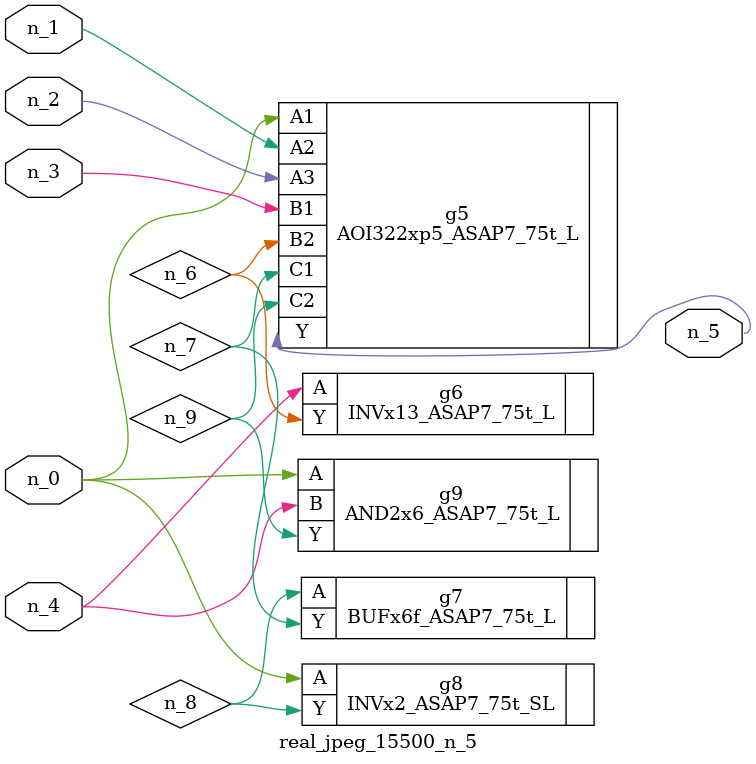
<source format=v>
module real_jpeg_15500_n_5 (n_4, n_0, n_1, n_2, n_3, n_5);

input n_4;
input n_0;
input n_1;
input n_2;
input n_3;

output n_5;

wire n_8;
wire n_6;
wire n_7;
wire n_9;

AOI322xp5_ASAP7_75t_L g5 ( 
.A1(n_0),
.A2(n_1),
.A3(n_2),
.B1(n_3),
.B2(n_6),
.C1(n_7),
.C2(n_9),
.Y(n_5)
);

INVx2_ASAP7_75t_SL g8 ( 
.A(n_0),
.Y(n_8)
);

AND2x6_ASAP7_75t_L g9 ( 
.A(n_0),
.B(n_4),
.Y(n_9)
);

INVx13_ASAP7_75t_L g6 ( 
.A(n_4),
.Y(n_6)
);

BUFx6f_ASAP7_75t_L g7 ( 
.A(n_8),
.Y(n_7)
);


endmodule
</source>
